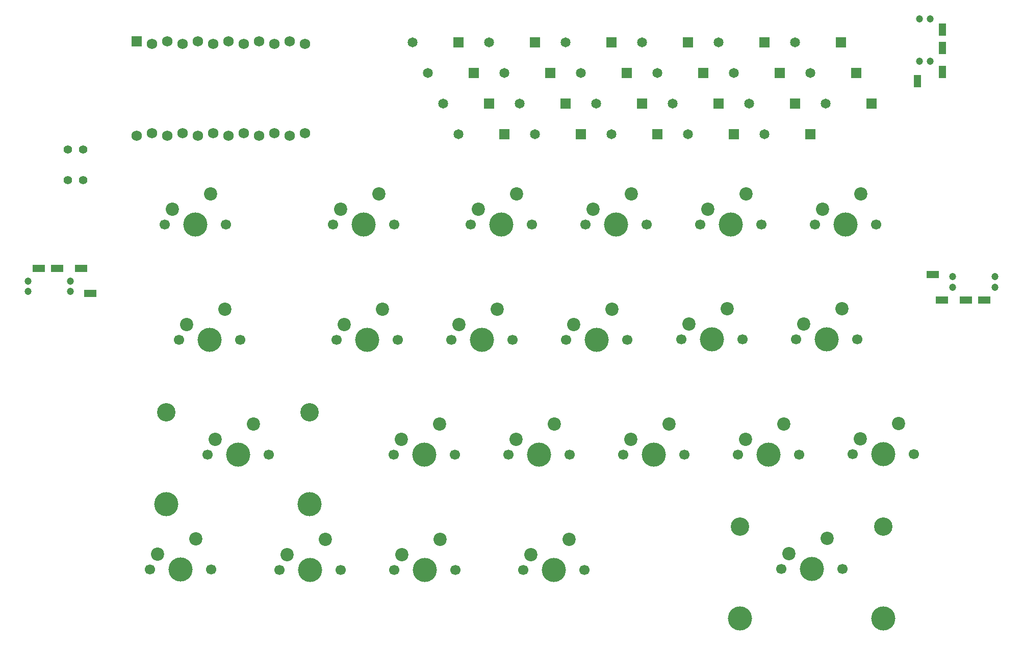
<source format=gbr>
%TF.GenerationSoftware,KiCad,Pcbnew,(7.0.0)*%
%TF.CreationDate,2023-03-07T18:29:21-05:00*%
%TF.ProjectId,LeftTEST,4c656674-5445-4535-942e-6b696361645f,rev?*%
%TF.SameCoordinates,Original*%
%TF.FileFunction,Soldermask,Bot*%
%TF.FilePolarity,Negative*%
%FSLAX46Y46*%
G04 Gerber Fmt 4.6, Leading zero omitted, Abs format (unit mm)*
G04 Created by KiCad (PCBNEW (7.0.0)) date 2023-03-07 18:29:21*
%MOMM*%
%LPD*%
G01*
G04 APERTURE LIST*
%ADD10C,1.700000*%
%ADD11C,4.000000*%
%ADD12C,2.200000*%
%ADD13C,1.651000*%
%ADD14R,1.651000X1.651000*%
%ADD15R,1.200000X2.100000*%
%ADD16C,1.200000*%
%ADD17C,3.050000*%
%ADD18C,1.397000*%
%ADD19R,2.100000X1.200000*%
%ADD20R,1.752600X1.752600*%
%ADD21C,1.752600*%
G04 APERTURE END LIST*
D10*
%TO.C,SW30*%
X97275345Y-109001782D03*
D11*
X102355345Y-109001782D03*
D10*
X107435345Y-109001782D03*
D12*
X104895345Y-103921782D03*
X98545345Y-106461782D03*
%TD*%
D13*
%TO.C,D18*%
X168935000Y-50800000D03*
D14*
X176554999Y-50799999D03*
%TD*%
D13*
%TO.C,D14*%
X118135000Y-50800000D03*
D14*
X125754999Y-50799999D03*
%TD*%
D10*
%TO.C,SW32*%
X135342981Y-109028147D03*
D11*
X140422981Y-109028147D03*
D10*
X145502981Y-109028147D03*
D12*
X142962981Y-103948147D03*
X136612981Y-106488147D03*
%TD*%
D13*
%TO.C,D17*%
X156235000Y-50800000D03*
D14*
X163854999Y-50799999D03*
%TD*%
D13*
%TO.C,D5*%
X151155000Y-40640000D03*
D14*
X158774999Y-40639999D03*
%TD*%
D10*
%TO.C,SW14*%
X61587054Y-89931708D03*
D11*
X66667054Y-89931708D03*
D10*
X71747054Y-89931708D03*
D12*
X69207054Y-84851708D03*
X62857054Y-87391708D03*
%TD*%
D10*
%TO.C,SW34*%
X173487927Y-108944219D03*
D11*
X178567927Y-108944219D03*
D10*
X183647927Y-108944219D03*
D12*
X181107927Y-103864219D03*
X174757927Y-106404219D03*
%TD*%
D15*
%TO.C,J2*%
X184194999Y-47002499D03*
X188394999Y-38502499D03*
X188394999Y-41502499D03*
X188394999Y-45502499D03*
D16*
X186295000Y-43702500D03*
X186295000Y-36702500D03*
X184545000Y-43702500D03*
X184545000Y-36702500D03*
%TD*%
D10*
%TO.C,SW4*%
X129055018Y-70819088D03*
D11*
X134135018Y-70819088D03*
D10*
X139215018Y-70819088D03*
D12*
X136675018Y-65739088D03*
X130325018Y-68279088D03*
%TD*%
D13*
%TO.C,D16*%
X143535000Y-50800000D03*
D14*
X151154999Y-50799999D03*
%TD*%
D17*
%TO.C,SW27*%
X59509236Y-102019636D03*
D11*
X59509236Y-117259636D03*
D10*
X66329236Y-109019636D03*
D11*
X71409236Y-109019636D03*
D10*
X76489236Y-109019636D03*
D17*
X83309236Y-102019636D03*
D11*
X83309236Y-117259636D03*
D12*
X73949236Y-103939636D03*
X67599236Y-106479636D03*
%TD*%
D13*
%TO.C,D21*%
X133375000Y-55880000D03*
D14*
X140994999Y-55879999D03*
%TD*%
D10*
%TO.C,*%
X59220000Y-70820000D03*
%TD*%
D13*
%TO.C,D23*%
X158775000Y-55880000D03*
D14*
X166394999Y-55879999D03*
%TD*%
D10*
%TO.C,SW6*%
X167193382Y-70799273D03*
D11*
X172273382Y-70799273D03*
D10*
X177353382Y-70799273D03*
D12*
X174813382Y-65719273D03*
X168463382Y-68259273D03*
%TD*%
D13*
%TO.C,D15*%
X130835000Y-50800000D03*
D14*
X138454999Y-50799999D03*
%TD*%
D10*
%TO.C,SW33*%
X154392072Y-108986183D03*
D11*
X159472072Y-108986183D03*
D10*
X164552072Y-108986183D03*
D12*
X162012072Y-103906183D03*
X155662072Y-106446183D03*
%TD*%
D10*
%TO.C,SW17*%
X106843054Y-89976689D03*
D11*
X111923054Y-89976689D03*
D10*
X117003054Y-89976689D03*
D12*
X114463054Y-84896689D03*
X108113054Y-87436689D03*
%TD*%
D10*
%TO.C,SW2*%
X87160000Y-70820000D03*
D11*
X92240000Y-70820000D03*
D10*
X97320000Y-70820000D03*
D12*
X94780000Y-65740000D03*
X88430000Y-68280000D03*
%TD*%
D11*
%TO.C,SW1*%
X64300000Y-70820000D03*
D12*
X66840000Y-65740000D03*
X60490000Y-68280000D03*
%TD*%
D13*
%TO.C,D4*%
X138455000Y-40640000D03*
D14*
X146074999Y-40639999D03*
%TD*%
D10*
%TO.C,SW45*%
X118725347Y-128173781D03*
D11*
X123805347Y-128173781D03*
D10*
X128885347Y-128173781D03*
D12*
X126345347Y-123093781D03*
X119995347Y-125633781D03*
%TD*%
D10*
%TO.C,SW19*%
X144994617Y-89892728D03*
D11*
X150074617Y-89892728D03*
D10*
X155154617Y-89892728D03*
D12*
X152614617Y-84812728D03*
X146264617Y-87352728D03*
%TD*%
D10*
%TO.C,SW41*%
X97312509Y-128133601D03*
D11*
X102392509Y-128133601D03*
D10*
X107472509Y-128133601D03*
D12*
X104932509Y-123053601D03*
X98582509Y-125593601D03*
%TD*%
D10*
%TO.C,*%
X69380000Y-70820000D03*
%TD*%
%TO.C,SW43*%
X56825381Y-128079055D03*
D11*
X61905381Y-128079055D03*
D10*
X66985381Y-128079055D03*
D12*
X64445381Y-122999055D03*
X58095381Y-125539055D03*
%TD*%
D18*
%TO.C,R1*%
X43180000Y-58420000D03*
X43180000Y-63500000D03*
%TD*%
D13*
%TO.C,D13*%
X105435000Y-50800000D03*
D14*
X113054999Y-50799999D03*
%TD*%
D13*
%TO.C,D20*%
X120675000Y-55880000D03*
D14*
X128294999Y-55879999D03*
%TD*%
D13*
%TO.C,D8D*%
X115595000Y-45720000D03*
D14*
X123214999Y-45719999D03*
%TD*%
D13*
%TO.C,D9*%
X128295000Y-45720000D03*
D14*
X135914999Y-45719999D03*
%TD*%
D13*
%TO.C,D19*%
X107975000Y-55880000D03*
D14*
X115594999Y-55879999D03*
%TD*%
D13*
%TO.C,D10*%
X140995000Y-45720000D03*
D14*
X148614999Y-45719999D03*
%TD*%
D13*
%TO.C,D1*%
X100355000Y-40640000D03*
D14*
X107974999Y-40639999D03*
%TD*%
D13*
%TO.C,D2*%
X113055000Y-40640000D03*
D14*
X120674999Y-40639999D03*
%TD*%
D13*
%TO.C,D12*%
X166395000Y-45720000D03*
D14*
X174014999Y-45719999D03*
%TD*%
D13*
%TO.C,D11*%
X153695000Y-45720000D03*
D14*
X161314999Y-45719999D03*
%TD*%
D13*
%TO.C,D6*%
X163855000Y-40640000D03*
D14*
X171474999Y-40639999D03*
%TD*%
D10*
%TO.C,SW5*%
X148127491Y-70819088D03*
D11*
X153207491Y-70819088D03*
D10*
X158287491Y-70819088D03*
D12*
X155747491Y-65739088D03*
X149397491Y-68279088D03*
%TD*%
D10*
%TO.C,SW31*%
X116314254Y-109042546D03*
D11*
X121394254Y-109042546D03*
D10*
X126474254Y-109042546D03*
D12*
X123934254Y-103962546D03*
X117584254Y-106502546D03*
%TD*%
D13*
%TO.C,D7*%
X102895000Y-45720000D03*
D14*
X110514999Y-45719999D03*
%TD*%
D13*
%TO.C,D22*%
X146075000Y-55880000D03*
D14*
X153694999Y-55879999D03*
%TD*%
D11*
%TO.C,*%
X64300000Y-70820000D03*
%TD*%
D17*
%TO.C,SW46*%
X154750254Y-120969456D03*
D11*
X154750254Y-136209456D03*
D10*
X161570254Y-127969456D03*
D11*
X166650254Y-127969456D03*
D10*
X171730254Y-127969456D03*
D17*
X178550254Y-120969456D03*
D11*
X178550254Y-136209456D03*
D12*
X169190254Y-122889456D03*
X162840254Y-125429456D03*
%TD*%
D10*
%TO.C,SW20*%
X164046109Y-89892728D03*
D11*
X169126109Y-89892728D03*
D10*
X174206109Y-89892728D03*
D12*
X171666109Y-84812728D03*
X165316109Y-87352728D03*
%TD*%
D16*
%TO.C,J2*%
X197078958Y-79471982D03*
X190078958Y-79471982D03*
X197078958Y-81221982D03*
X190078958Y-81221982D03*
D19*
X188278957Y-83321981D03*
X192278957Y-83321981D03*
X195278957Y-83321981D03*
X186778957Y-79121981D03*
%TD*%
D10*
%TO.C,SW44*%
X78268800Y-128121019D03*
D11*
X83348800Y-128121019D03*
D10*
X88428800Y-128121019D03*
D12*
X85888800Y-123041019D03*
X79538800Y-125581019D03*
%TD*%
D10*
%TO.C,SW3*%
X110020000Y-70820000D03*
D11*
X115100000Y-70820000D03*
D10*
X120180000Y-70820000D03*
D12*
X117640000Y-65740000D03*
X111290000Y-68280000D03*
%TD*%
D10*
%TO.C,SW18*%
X125901162Y-89934691D03*
D11*
X130981162Y-89934691D03*
D10*
X136061162Y-89934691D03*
D12*
X133521162Y-84854691D03*
X127171162Y-87394691D03*
%TD*%
D10*
%TO.C,SW16*%
X87811345Y-89928725D03*
D11*
X92891345Y-89928725D03*
D10*
X97971345Y-89928725D03*
D12*
X95431345Y-84848725D03*
X89081345Y-87388725D03*
%TD*%
D13*
%TO.C,D3*%
X125755000Y-40640000D03*
D14*
X133374999Y-40639999D03*
%TD*%
D16*
%TO.C,J2*%
X36543025Y-81941714D03*
X43543025Y-81941714D03*
X36543025Y-80191714D03*
X43543025Y-80191714D03*
D19*
X45343024Y-78091713D03*
X41343024Y-78091713D03*
X38343024Y-78091713D03*
X46843024Y-82291713D03*
%TD*%
D18*
%TO.C,R2*%
X45720000Y-58420000D03*
X45720000Y-63500000D03*
%TD*%
D20*
%TO.C,U1*%
X54609999Y-40411399D03*
D21*
X57150000Y-40868600D03*
X59690000Y-40411400D03*
X62230000Y-40868600D03*
X64770000Y-40411400D03*
X67310000Y-40868600D03*
X69850000Y-40411400D03*
X72390000Y-40868600D03*
X74930000Y-40411400D03*
X77470000Y-40868600D03*
X80010000Y-40411400D03*
X82550000Y-40868600D03*
X82550000Y-55651400D03*
X80010000Y-56108600D03*
X77470000Y-55651400D03*
X74930000Y-56108600D03*
X72390000Y-55651400D03*
X69850000Y-56108600D03*
X67310000Y-55651400D03*
X64770000Y-56108600D03*
X62230000Y-55651400D03*
X59690000Y-56108600D03*
X57150000Y-55651400D03*
X54610000Y-56108600D03*
%TD*%
M02*

</source>
